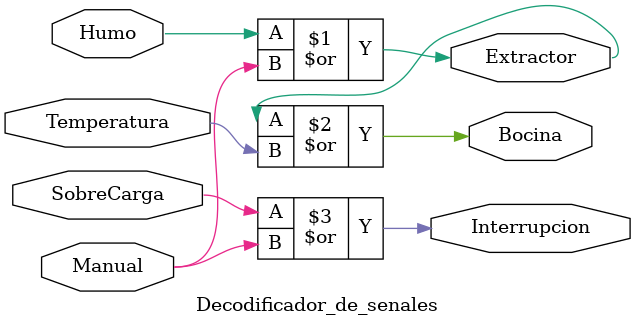
<source format=v>
`timescale 1ns / 1ps
module Decodificador_de_senales(

input wire Temperatura, Manual, SobreCarga, Humo,

output wire Bocina, Extractor, Interrupcion
);



or or_1(Extractor,Humo,Manual);

or or_2(Bocina,Extractor,Temperatura);

or or_3(Interrupcion,SobreCarga,Manual);

endmodule

</source>
